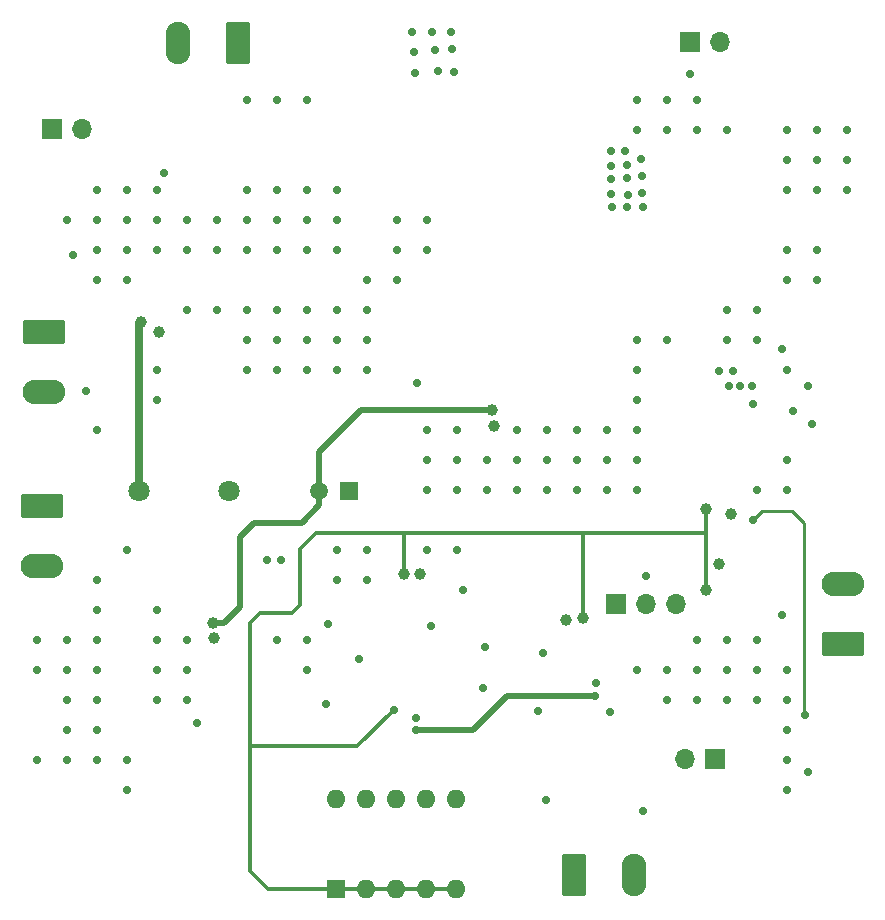
<source format=gbl>
G04 #@! TF.GenerationSoftware,KiCad,Pcbnew,(6.0.11)*
G04 #@! TF.CreationDate,2023-08-29T14:33:34-05:00*
G04 #@! TF.ProjectId,Puerta,50756572-7461-42e6-9b69-6361645f7063,rev?*
G04 #@! TF.SameCoordinates,Original*
G04 #@! TF.FileFunction,Copper,L4,Bot*
G04 #@! TF.FilePolarity,Positive*
%FSLAX46Y46*%
G04 Gerber Fmt 4.6, Leading zero omitted, Abs format (unit mm)*
G04 Created by KiCad (PCBNEW (6.0.11)) date 2023-08-29 14:33:34*
%MOMM*%
%LPD*%
G01*
G04 APERTURE LIST*
G04 Aperture macros list*
%AMRoundRect*
0 Rectangle with rounded corners*
0 $1 Rounding radius*
0 $2 $3 $4 $5 $6 $7 $8 $9 X,Y pos of 4 corners*
0 Add a 4 corners polygon primitive as box body*
4,1,4,$2,$3,$4,$5,$6,$7,$8,$9,$2,$3,0*
0 Add four circle primitives for the rounded corners*
1,1,$1+$1,$2,$3*
1,1,$1+$1,$4,$5*
1,1,$1+$1,$6,$7*
1,1,$1+$1,$8,$9*
0 Add four rect primitives between the rounded corners*
20,1,$1+$1,$2,$3,$4,$5,0*
20,1,$1+$1,$4,$5,$6,$7,0*
20,1,$1+$1,$6,$7,$8,$9,0*
20,1,$1+$1,$8,$9,$2,$3,0*%
G04 Aperture macros list end*
G04 #@! TA.AperFunction,ComponentPad*
%ADD10R,1.508000X1.508000*%
G04 #@! TD*
G04 #@! TA.AperFunction,ComponentPad*
%ADD11C,1.508000*%
G04 #@! TD*
G04 #@! TA.AperFunction,ComponentPad*
%ADD12C,1.800000*%
G04 #@! TD*
G04 #@! TA.AperFunction,ComponentPad*
%ADD13RoundRect,0.249999X1.550001X-0.790001X1.550001X0.790001X-1.550001X0.790001X-1.550001X-0.790001X0*%
G04 #@! TD*
G04 #@! TA.AperFunction,ComponentPad*
%ADD14O,3.600000X2.080000*%
G04 #@! TD*
G04 #@! TA.AperFunction,ComponentPad*
%ADD15RoundRect,0.249999X-1.550001X0.790001X-1.550001X-0.790001X1.550001X-0.790001X1.550001X0.790001X0*%
G04 #@! TD*
G04 #@! TA.AperFunction,ComponentPad*
%ADD16R,1.600000X1.600000*%
G04 #@! TD*
G04 #@! TA.AperFunction,ComponentPad*
%ADD17O,1.600000X1.600000*%
G04 #@! TD*
G04 #@! TA.AperFunction,ComponentPad*
%ADD18RoundRect,0.249999X-0.790001X-1.550001X0.790001X-1.550001X0.790001X1.550001X-0.790001X1.550001X0*%
G04 #@! TD*
G04 #@! TA.AperFunction,ComponentPad*
%ADD19O,2.080000X3.600000*%
G04 #@! TD*
G04 #@! TA.AperFunction,ComponentPad*
%ADD20RoundRect,0.249999X0.790001X1.550001X-0.790001X1.550001X-0.790001X-1.550001X0.790001X-1.550001X0*%
G04 #@! TD*
G04 #@! TA.AperFunction,ComponentPad*
%ADD21R,1.700000X1.700000*%
G04 #@! TD*
G04 #@! TA.AperFunction,ComponentPad*
%ADD22O,1.700000X1.700000*%
G04 #@! TD*
G04 #@! TA.AperFunction,ViaPad*
%ADD23C,1.000000*%
G04 #@! TD*
G04 #@! TA.AperFunction,ViaPad*
%ADD24C,0.700000*%
G04 #@! TD*
G04 #@! TA.AperFunction,Conductor*
%ADD25C,0.700000*%
G04 #@! TD*
G04 #@! TA.AperFunction,Conductor*
%ADD26C,0.500000*%
G04 #@! TD*
G04 #@! TA.AperFunction,Conductor*
%ADD27C,0.300000*%
G04 #@! TD*
G04 #@! TA.AperFunction,Conductor*
%ADD28C,0.293370*%
G04 #@! TD*
G04 APERTURE END LIST*
D10*
X97549000Y-73786800D03*
D11*
X95009000Y-73786800D03*
D12*
X87389000Y-73786800D03*
X79769000Y-73786800D03*
D13*
X139357600Y-86715600D03*
D14*
X139357600Y-81635600D03*
D15*
X71551800Y-75006200D03*
D14*
X71551800Y-80086200D03*
D16*
X96443800Y-107416600D03*
D17*
X98983800Y-107416600D03*
X101523800Y-107416600D03*
X104063800Y-107416600D03*
X106603800Y-107416600D03*
X106603800Y-99796600D03*
X104063800Y-99796600D03*
X101523800Y-99796600D03*
X98983800Y-99796600D03*
X96443800Y-99796600D03*
D18*
X116535200Y-106222800D03*
D19*
X121615200Y-106222800D03*
D20*
X88112600Y-35839400D03*
D19*
X83032600Y-35839400D03*
D21*
X128529000Y-96443800D03*
D22*
X125989000Y-96443800D03*
D21*
X72349600Y-43103800D03*
D22*
X74889600Y-43103800D03*
D21*
X120106200Y-83312400D03*
D22*
X122646200Y-83312400D03*
X125186200Y-83312400D03*
D15*
X71678800Y-60248800D03*
D14*
X71678800Y-65328800D03*
D21*
X126360000Y-35737800D03*
D22*
X128900000Y-35737800D03*
D23*
X79883000Y-59461400D03*
D24*
X91440000Y-60960000D03*
X81280000Y-48260000D03*
X111760000Y-68580000D03*
X76200000Y-96520000D03*
D23*
X128828800Y-79908400D03*
D24*
X104140000Y-50800000D03*
X81280000Y-83820000D03*
X119761000Y-49707800D03*
X129540000Y-88900000D03*
X134620000Y-88900000D03*
X129540000Y-43180000D03*
X99060000Y-81280000D03*
X132080000Y-86360000D03*
X76200000Y-93980000D03*
X134137400Y-61747400D03*
X93980000Y-63500000D03*
X83820000Y-53340000D03*
X104140000Y-73660000D03*
X96520000Y-60960000D03*
X99060000Y-58420000D03*
X104444800Y-85217000D03*
X78740000Y-78740000D03*
X108839000Y-90449400D03*
X91440000Y-53340000D03*
X109220000Y-71120000D03*
X78740000Y-96520000D03*
X114300000Y-73660000D03*
X104521000Y-34899600D03*
X93980000Y-88900000D03*
X129540000Y-86360000D03*
X129667000Y-64846200D03*
X74117200Y-53746400D03*
X113919000Y-87452200D03*
X121920000Y-68580000D03*
X127000000Y-40640000D03*
X81280000Y-91440000D03*
X132080000Y-73660000D03*
X134620000Y-91440000D03*
X76200000Y-53340000D03*
X134620000Y-48260000D03*
X96520000Y-81280000D03*
X81280000Y-53340000D03*
X124460000Y-91440000D03*
X84632800Y-93395800D03*
X129540000Y-60960000D03*
X103174800Y-92964000D03*
X99060000Y-63500000D03*
X91440000Y-86360000D03*
X81280000Y-86360000D03*
X83820000Y-91440000D03*
X75285600Y-65303400D03*
X81280000Y-66040000D03*
X88900000Y-50800000D03*
X106248200Y-36296600D03*
X95580200Y-91770200D03*
X121920000Y-63500000D03*
X137160000Y-48260000D03*
X71120000Y-86360000D03*
X121031000Y-46177200D03*
X121056400Y-49682400D03*
X134620000Y-43180000D03*
X111760000Y-73660000D03*
X119710200Y-44932600D03*
X121920000Y-73660000D03*
X86360000Y-58420000D03*
X96520000Y-53340000D03*
X86360000Y-50800000D03*
X103251000Y-64643000D03*
X99060000Y-60960000D03*
X93980000Y-60960000D03*
X124460000Y-40640000D03*
X131699000Y-66344800D03*
X136347200Y-97510600D03*
X88900000Y-48260000D03*
X99060000Y-78740000D03*
X101600000Y-55880000D03*
X130657600Y-64820800D03*
X91440000Y-58420000D03*
X137160000Y-45720000D03*
X113487200Y-92354400D03*
X129540000Y-58420000D03*
D23*
X115849400Y-84683600D03*
D24*
X76200000Y-91440000D03*
X83820000Y-58420000D03*
X132080000Y-58420000D03*
X88900000Y-53340000D03*
X122631200Y-80949800D03*
X95760600Y-85039200D03*
X73660000Y-50800000D03*
X76200000Y-55880000D03*
X91440000Y-40640000D03*
X78740000Y-50800000D03*
X116840000Y-71120000D03*
X126365000Y-38430200D03*
X73660000Y-91440000D03*
X127000000Y-43180000D03*
X106680000Y-73660000D03*
X108991400Y-86995000D03*
X105054400Y-38201600D03*
X121920000Y-88900000D03*
X109220000Y-73660000D03*
X121920000Y-43180000D03*
X139700000Y-48260000D03*
X91440000Y-63500000D03*
X121031000Y-47269400D03*
X134162800Y-84251800D03*
D23*
X103555800Y-80797400D03*
D24*
X122402600Y-49733200D03*
X134620000Y-63500000D03*
X104140000Y-71120000D03*
X76200000Y-88900000D03*
X93980000Y-40640000D03*
X132080000Y-88900000D03*
X88900000Y-63500000D03*
X127000000Y-88900000D03*
X119380000Y-71120000D03*
X107137200Y-82092800D03*
X81280000Y-63500000D03*
X83820000Y-50800000D03*
X122275600Y-45669200D03*
X73660000Y-86360000D03*
X134620000Y-53340000D03*
X93980000Y-48260000D03*
X119659400Y-46202600D03*
X81280000Y-88900000D03*
X71120000Y-96520000D03*
X121920000Y-40640000D03*
X81280000Y-50800000D03*
X86360000Y-53340000D03*
X88900000Y-58420000D03*
X111760000Y-71120000D03*
D23*
X109778800Y-68224400D03*
D24*
X127000000Y-86360000D03*
X93980000Y-50800000D03*
X90551000Y-79603600D03*
X96520000Y-58420000D03*
X73660000Y-96520000D03*
X134620000Y-71120000D03*
X116840000Y-68580000D03*
X119380000Y-73660000D03*
X122402600Y-100812600D03*
X102870000Y-34925000D03*
X93980000Y-53340000D03*
X73660000Y-88900000D03*
X121132600Y-48691800D03*
X106680000Y-78740000D03*
X122351800Y-48514000D03*
X118414800Y-90017600D03*
X106146600Y-34899600D03*
X136347200Y-64871600D03*
X127000000Y-91440000D03*
X104140000Y-78740000D03*
X137160000Y-43180000D03*
X119380000Y-68580000D03*
X88900000Y-60960000D03*
X96520000Y-50800000D03*
X135077200Y-66954400D03*
X76200000Y-83820000D03*
X106680000Y-71120000D03*
X114223800Y-99898200D03*
X71120000Y-88900000D03*
X116840000Y-73660000D03*
X130048000Y-63627000D03*
X122351800Y-47091600D03*
X93980000Y-86360000D03*
X91440000Y-50800000D03*
X124460000Y-60960000D03*
X73660000Y-93980000D03*
X78740000Y-48260000D03*
X134620000Y-96520000D03*
X81813400Y-46812200D03*
D23*
X129870200Y-75717400D03*
D24*
X132080000Y-91440000D03*
X78740000Y-99060000D03*
X101600000Y-53340000D03*
D23*
X81432400Y-60248800D03*
D24*
X119608600Y-92481400D03*
X124460000Y-43180000D03*
X102997000Y-36576000D03*
X76200000Y-68580000D03*
X119735600Y-48590200D03*
X134620000Y-93980000D03*
X104140000Y-68580000D03*
X78740000Y-55880000D03*
X104140000Y-53340000D03*
X98376800Y-88011000D03*
X131622800Y-64871600D03*
X132080000Y-60960000D03*
X106680000Y-68580000D03*
X103098600Y-38328600D03*
X120904000Y-44932600D03*
X93980000Y-58420000D03*
X99060000Y-55880000D03*
X121920000Y-71120000D03*
X139700000Y-43180000D03*
X101600000Y-50800000D03*
X137160000Y-55880000D03*
X114300000Y-71120000D03*
X83820000Y-86360000D03*
X91770200Y-79578200D03*
D23*
X86055200Y-86156800D03*
D24*
X76200000Y-81280000D03*
X136677400Y-68097400D03*
X124460000Y-88900000D03*
X96520000Y-48260000D03*
X121920000Y-60960000D03*
X91440000Y-48260000D03*
X134620000Y-99060000D03*
X96520000Y-78740000D03*
X83820000Y-88900000D03*
X139700000Y-45720000D03*
X137160000Y-53340000D03*
X76200000Y-48260000D03*
X134620000Y-73660000D03*
X128828800Y-63601600D03*
X134620000Y-55880000D03*
X134620000Y-45720000D03*
X78740000Y-53340000D03*
X76200000Y-86360000D03*
X106426000Y-38303200D03*
X96520000Y-63500000D03*
X129540000Y-91440000D03*
X121920000Y-66040000D03*
X88900000Y-40640000D03*
X76200000Y-50800000D03*
X114300000Y-68580000D03*
X104775000Y-36423600D03*
X119735600Y-47345600D03*
X103200200Y-93980000D03*
X118313200Y-91135200D03*
D23*
X86029800Y-84886800D03*
X109651800Y-66903600D03*
X102209600Y-80746600D03*
D24*
X101320600Y-92278200D03*
D23*
X127711200Y-75260200D03*
X127711200Y-82143600D03*
X117297200Y-84505800D03*
D24*
X136144000Y-92684600D03*
X131724400Y-76225400D03*
D25*
X79883000Y-59461400D02*
X79769000Y-59575400D01*
X79769000Y-59575400D02*
X79769000Y-73786800D01*
D26*
X109778800Y-92227400D02*
X108026200Y-93980000D01*
X118313200Y-91135200D02*
X110871000Y-91135200D01*
X109651800Y-66903600D02*
X98526600Y-66903600D01*
X88315800Y-83540600D02*
X86969600Y-84886800D01*
X95009000Y-70421200D02*
X95009000Y-73786800D01*
X89509600Y-76428600D02*
X88315800Y-77622400D01*
X95009000Y-74917000D02*
X93497400Y-76428600D01*
X95009000Y-73786800D02*
X95009000Y-74917000D01*
X98526600Y-66903600D02*
X95009000Y-70421200D01*
X93497400Y-76428600D02*
X89509600Y-76428600D01*
X110871000Y-91135200D02*
X109778800Y-92227400D01*
X88315800Y-77622400D02*
X88315800Y-83540600D01*
X86969600Y-84886800D02*
X86029800Y-84886800D01*
X108026200Y-93980000D02*
X103200200Y-93980000D01*
D27*
X98983800Y-107416600D02*
X101523800Y-107416600D01*
X102209600Y-77343000D02*
X102235000Y-77317600D01*
X89941400Y-84099400D02*
X89103200Y-84937600D01*
X93395800Y-83388200D02*
X92684600Y-84099400D01*
X117297200Y-77317600D02*
X102235000Y-77317600D01*
X96443800Y-107416600D02*
X98983800Y-107416600D01*
X89103200Y-105892600D02*
X90627200Y-107416600D01*
X127711200Y-75260200D02*
X127711200Y-77317600D01*
X98221800Y-95377000D02*
X101320600Y-92278200D01*
X101803200Y-77317600D02*
X94716600Y-77317600D01*
X90627200Y-107416600D02*
X96443800Y-107416600D01*
X89103200Y-84937600D02*
X89103200Y-95377000D01*
X102209600Y-80746600D02*
X102209600Y-77343000D01*
X117297200Y-84505800D02*
X117297200Y-77317600D01*
X94716600Y-77317600D02*
X93395800Y-78638400D01*
X93395800Y-78638400D02*
X93395800Y-83388200D01*
X102235000Y-77317600D02*
X101803200Y-77317600D01*
X127711200Y-82143600D02*
X127711200Y-77317600D01*
X92684600Y-84099400D02*
X89941400Y-84099400D01*
X101523800Y-107416600D02*
X104063800Y-107416600D01*
X89103200Y-95377000D02*
X98221800Y-95377000D01*
X104063800Y-107416600D02*
X106603800Y-107416600D01*
X89103200Y-95377000D02*
X89103200Y-105892600D01*
X127711200Y-77317600D02*
X117297200Y-77317600D01*
D28*
X136067800Y-76479400D02*
X136067800Y-92608400D01*
X135026400Y-75438000D02*
X136067800Y-76479400D01*
X131724400Y-76225400D02*
X132511800Y-75438000D01*
X136067800Y-92608400D02*
X136144000Y-92684600D01*
X132511800Y-75438000D02*
X135026400Y-75438000D01*
M02*

</source>
